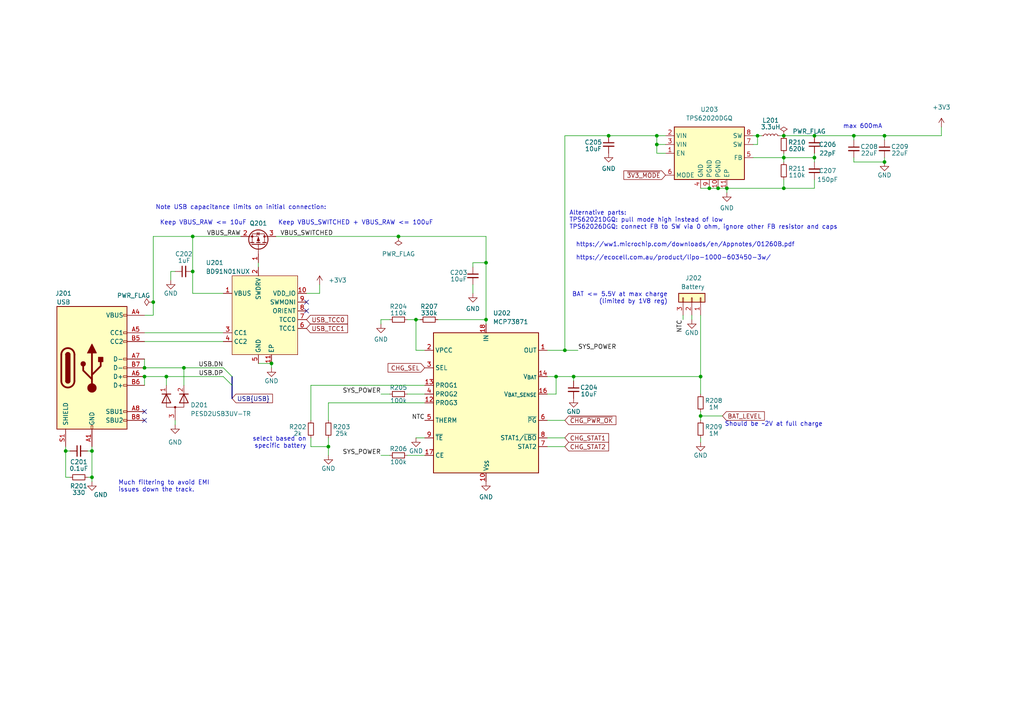
<source format=kicad_sch>
(kicad_sch (version 20230121) (generator eeschema)
  (paper "A4")
  (title_block (date "2022-09-04") (rev "1"))
  (lib_symbols
    (symbol "Battery_Management:MCP73871"
      (property "Reference" "U" (at -7.62 24.13 0))
      (property "Value" "MCP73871" (at -15.24 21.59 0))
      (symbol "MCP73871_0_1"
        (rectangle (start -15.24 20.32) (end 15.24 -20.32) (stroke (width 0.254)) (fill (type background)))
      )
      (symbol "MCP73871_1_1"
        (pin power_out line (at 17.78 15.24 180) (length 2.54) (name "OUT") (number "1"))
        (pin power_in line (at 0 -22.86 90) (length 2.54) (name "V_{SS}") (number "10"))
        (pin passive line (at 0 -22.86 90) (length 2.54) hide (name "V_{SS}") (number "11"))
        (pin bidirectional line (at -17.78 0 0) (length 2.54) (name "PROG3") (number "12"))
        (pin bidirectional line (at -17.78 5.08 0) (length 2.54) (name "PROG1") (number "13"))
        (pin power_out line (at 17.78 7.62 180) (length 2.54) (name "V_{BAT}") (number "14"))
        (pin passive line (at 17.78 7.62 180) (length 2.54) hide (name "V_{BAT}") (number "15"))
        (pin input line (at 17.78 2.54 180) (length 2.54) (name "V_{BAT_SENSE}") (number "16"))
        (pin input line (at -17.78 -15.24 0) (length 2.54) (name "CE") (number "17"))
        (pin power_in line (at 0 22.86 270) (length 2.54) (name "IN") (number "18"))
        (pin passive line (at 0 22.86 270) (length 2.54) hide (name "IN") (number "19"))
        (pin input line (at -17.78 15.24 0) (length 2.54) (name "VPCC") (number "2"))
        (pin passive line (at 17.78 15.24 180) (length 2.54) hide (name "OUT") (number "20"))
        (pin passive line (at 0 -22.86 90) (length 2.54) hide (name "V_{SS}") (number "21"))
        (pin input line (at -17.78 10.16 0) (length 2.54) (name "SEL") (number "3"))
        (pin input line (at -17.78 2.54 0) (length 2.54) (name "PROG2") (number "4"))
        (pin bidirectional line (at -17.78 -5.08 0) (length 2.54) (name "THERM") (number "5"))
        (pin open_collector line (at 17.78 -5.08 180) (length 2.54) (name "~{PG}") (number "6"))
        (pin open_collector line (at 17.78 -12.7 180) (length 2.54) (name "STAT2") (number "7"))
        (pin open_collector line (at 17.78 -10.16 180) (length 2.54) (name "STAT1/~{LBO}") (number "8"))
        (pin input line (at -17.78 -10.16 0) (length 2.54) (name "~{TE}") (number "9"))
      )
    )
    (symbol "Connector:USB_C_Receptacle_USB2.0" (pin_names (offset 1.016))
      (property "Reference" "J" (at -10.16 19.05 0))
      (property "Value" "USB_C_Receptacle_USB2.0" (at 19.05 19.05 0))
      (symbol "USB_C_Receptacle_USB2.0_0_0"
        (rectangle (start -0.254 -17.78) (end 0.254 -16.764))
        (rectangle (start 10.16 -14.986) (end 9.144 -15.494))
        (rectangle (start 10.16 -12.446) (end 9.144 -12.954))
        (rectangle (start 10.16 -4.826) (end 9.144 -5.334))
        (rectangle (start 10.16 -2.286) (end 9.144 -2.794))
        (rectangle (start 10.16 0.254) (end 9.144 -0.254))
        (rectangle (start 10.16 2.794) (end 9.144 2.286))
        (rectangle (start 10.16 7.874) (end 9.144 7.366))
        (rectangle (start 10.16 10.414) (end 9.144 9.906))
        (rectangle (start 10.16 15.494) (end 9.144 14.986))
      )
      (symbol "USB_C_Receptacle_USB2.0_0_1"
        (rectangle (start -10.16 17.78) (end 10.16 -17.78) (stroke (width 0.254)) (fill (type background)))
        (arc (start -8.89 -3.81) (mid -6.985 -5.7067) (end -5.08 -3.81) (stroke (width 0.508)))
        (arc (start -7.62 -3.81) (mid -6.985 -4.4423) (end -6.35 -3.81) (stroke (width 0.254)))
        (arc (start -7.62 -3.81) (mid -6.985 -4.4423) (end -6.35 -3.81) (stroke (width 0.254)) (fill (type outline)))
        (rectangle (start -7.62 -3.81) (end -6.35 3.81) (stroke (width 0.254)) (fill (type outline)))
        (arc (start -6.35 3.81) (mid -6.985 4.4423) (end -7.62 3.81) (stroke (width 0.254)))
        (arc (start -6.35 3.81) (mid -6.985 4.4423) (end -7.62 3.81) (stroke (width 0.254)) (fill (type outline)))
        (arc (start -5.08 3.81) (mid -6.985 5.7067) (end -8.89 3.81) (stroke (width 0.508)))
        (circle (center -2.54 1.143) (radius 0.635) (stroke (width 0.254)) (fill (type outline)))
        (circle (center 0 -5.842) (radius 1.27) (fill (type outline)))
        (polyline (pts (xy -8.89 -3.81) (xy -8.89 3.81)) (stroke (width 0.508)))
        (polyline (pts (xy -5.08 3.81) (xy -5.08 -3.81)) (stroke (width 0.508)))
        (polyline (pts (xy 0 -5.842) (xy 0 4.318)) (stroke (width 0.508)))
        (polyline (pts (xy 0 -3.302) (xy -2.54 -0.762) (xy -2.54 0.508)) (stroke (width 0.508)))
        (polyline (pts (xy 0 -2.032) (xy 2.54 0.508) (xy 2.54 1.778)) (stroke (width 0.508)))
        (polyline (pts (xy -1.27 4.318) (xy 0 6.858) (xy 1.27 4.318) (xy -1.27 4.318)) (stroke (width 0.254)) (fill (type outline)))
        (rectangle (start 1.905 1.778) (end 3.175 3.048) (stroke (width 0.254)) (fill (type outline)))
      )
      (symbol "USB_C_Receptacle_USB2.0_1_1"
        (pin passive line (at 0 -22.86 90) (length 5.08) (name "GND") (number "A1"))
        (pin passive line (at 0 -22.86 90) (length 5.08) hide (name "GND") (number "A12"))
        (pin passive line (at 15.24 15.24 180) (length 5.08) (name "VBUS") (number "A4"))
        (pin bidirectional line (at 15.24 10.16 180) (length 5.08) (name "CC1") (number "A5"))
        (pin bidirectional line (at 15.24 -2.54 180) (length 5.08) (name "D+") (number "A6"))
        (pin bidirectional line (at 15.24 2.54 180) (length 5.08) (name "D-") (number "A7"))
        (pin bidirectional line (at 15.24 -12.7 180) (length 5.08) (name "SBU1") (number "A8"))
        (pin passive line (at 15.24 15.24 180) (length 5.08) hide (name "VBUS") (number "A9"))
        (pin passive line (at 0 -22.86 90) (length 5.08) hide (name "GND") (number "B1"))
        (pin passive line (at 0 -22.86 90) (length 5.08) hide (name "GND") (number "B12"))
        (pin passive line (at 15.24 15.24 180) (length 5.08) hide (name "VBUS") (number "B4"))
        (pin bidirectional line (at 15.24 7.62 180) (length 5.08) (name "CC2") (number "B5"))
        (pin bidirectional line (at 15.24 -5.08 180) (length 5.08) (name "D+") (number "B6"))
        (pin bidirectional line (at 15.24 0 180) (length 5.08) (name "D-") (number "B7"))
        (pin bidirectional line (at 15.24 -15.24 180) (length 5.08) (name "SBU2") (number "B8"))
        (pin passive line (at 15.24 15.24 180) (length 5.08) hide (name "VBUS") (number "B9"))
        (pin passive line (at -7.62 -22.86 90) (length 5.08) (name "SHIELD") (number "S1"))
      )
    )
    (symbol "Connector_Generic:Conn_01x03" (pin_names (offset 1.016) hide)
      (property "Reference" "J" (at 0 5.08 0))
      (property "Value" "Conn_01x03" (at 0 -5.08 0))
      (symbol "Conn_01x03_1_1"
        (rectangle (start -1.27 -2.413) (end 0 -2.667) (stroke (width 0.1524)))
        (rectangle (start -1.27 0.127) (end 0 -0.127) (stroke (width 0.1524)))
        (rectangle (start -1.27 2.667) (end 0 2.413) (stroke (width 0.1524)))
        (rectangle (start -1.27 3.81) (end 1.27 -3.81) (stroke (width 0.254)) (fill (type background)))
        (pin passive line (at -5.08 2.54 0) (length 3.81) (name "Pin_1") (number "1"))
        (pin passive line (at -5.08 0 0) (length 3.81) (name "Pin_2") (number "2"))
        (pin passive line (at -5.08 -2.54 0) (length 3.81) (name "Pin_3") (number "3"))
      )
    )
    (symbol "Device:C_Small" (pin_numbers hide) (pin_names (offset 0.254) hide)
      (property "Reference" "C" (at 0.254 1.778 0))
      (property "Value" "C_Small" (at 0.254 -2.032 0))
      (symbol "C_Small_0_1"
        (polyline (pts (xy -1.524 -0.508) (xy 1.524 -0.508)) (stroke (width 0.3302)))
        (polyline (pts (xy -1.524 0.508) (xy 1.524 0.508)) (stroke (width 0.3048)))
      )
      (symbol "C_Small_1_1"
        (pin passive line (at 0 2.54 270) (length 2.032) (name "~") (number "1"))
        (pin passive line (at 0 -2.54 90) (length 2.032) (name "~") (number "2"))
      )
    )
    (symbol "Device:D_Dual_CommonAnode_KKA_Parallel" (pin_names (offset 0.762) hide)
      (property "Reference" "D" (at 0 5.08 0))
      (property "Value" "D_Dual_CommonAnode_KKA_Parallel" (at 0 -5.08 0))
      (symbol "D_Dual_CommonAnode_KKA_Parallel_0_0"
        (polyline (pts (xy 2.54 -3.81) (xy 2.54 -1.27)) (stroke (width 0.254)))
        (polyline (pts (xy 2.54 1.27) (xy 2.54 3.81)) (stroke (width 0.254)))
      )
      (symbol "D_Dual_CommonAnode_KKA_Parallel_0_1"
        (circle (center -1.27 0) (radius 0.254) (fill (type outline)))
        (polyline (pts (xy -1.27 0) (xy -2.54 0)))
        (polyline (pts (xy 2.54 2.54) (xy -1.27 2.54) (xy -1.27 -2.54) (xy 2.54 -2.54)))
        (polyline (pts (xy 0 -1.27) (xy 2.54 -2.54) (xy 0 -3.81) (xy 0 -1.27) (xy 0 -1.27) (xy 0 -1.27)) (stroke (width 0.254)))
        (polyline (pts (xy 0 3.81) (xy 2.54 2.54) (xy 0 1.27) (xy 0 3.81) (xy 0 3.81) (xy 0 3.81)) (stroke (width 0.254)))
        (pin passive line (at 5.08 2.54 180) (length 2.54) (name "K") (number "1"))
        (pin passive line (at 5.08 -2.54 180) (length 2.54) (name "K") (number "2"))
        (pin passive line (at -5.08 0 0) (length 2.54) (name "A") (number "3"))
      )
    )
    (symbol "Device:L_Small" (pin_numbers hide) (pin_names (offset 0.254) hide)
      (property "Reference" "L" (at 0.762 1.016 0))
      (property "Value" "L_Small" (at 0.762 -1.016 0))
      (symbol "L_Small_0_1"
        (arc (start 0 -2.032) (mid 0.5058 -1.524) (end 0 -1.016))
        (arc (start 0 -1.016) (mid 0.5058 -0.508) (end 0 0))
        (arc (start 0 0) (mid 0.5058 0.508) (end 0 1.016))
        (arc (start 0 1.016) (mid 0.5058 1.524) (end 0 2.032))
      )
      (symbol "L_Small_1_1"
        (pin passive line (at 0 2.54 270) (length 0.508) (name "~") (number "1"))
        (pin passive line (at 0 -2.54 90) (length 0.508) (name "~") (number "2"))
      )
    )
    (symbol "Device:Q_PMOS_GSD" (pin_names (offset 0) hide)
      (property "Reference" "Q" (at 5.08 1.27 0))
      (property "Value" "Q_PMOS_GSD" (at 5.08 -1.27 0))
      (symbol "Q_PMOS_GSD_0_1"
        (polyline (pts (xy 0.254 0) (xy -2.54 0)))
        (polyline (pts (xy 0.254 1.905) (xy 0.254 -1.905)) (stroke (width 0.254)))
        (polyline (pts (xy 0.762 -1.27) (xy 0.762 -2.286)) (stroke (width 0.254)))
        (polyline (pts (xy 0.762 0.508) (xy 0.762 -0.508)) (stroke (width 0.254)))
        (polyline (pts (xy 0.762 2.286) (xy 0.762 1.27)) (stroke (width 0.254)))
        (polyline (pts (xy 2.54 2.54) (xy 2.54 1.778)))
        (polyline (pts (xy 2.54 -2.54) (xy 2.54 0) (xy 0.762 0)))
        (polyline (pts (xy 0.762 1.778) (xy 3.302 1.778) (xy 3.302 -1.778) (xy 0.762 -1.778)))
        (polyline (pts (xy 2.286 0) (xy 1.27 0.381) (xy 1.27 -0.381) (xy 2.286 0)) (fill (type outline)))
        (polyline (pts (xy 2.794 -0.508) (xy 2.921 -0.381) (xy 3.683 -0.381) (xy 3.81 -0.254)))
        (polyline (pts (xy 3.302 -0.381) (xy 2.921 0.254) (xy 3.683 0.254) (xy 3.302 -0.381)))
        (circle (center 1.651 0) (radius 2.794) (stroke (width 0.254)))
        (circle (center 2.54 -1.778) (radius 0.254) (fill (type outline)))
        (circle (center 2.54 1.778) (radius 0.254) (fill (type outline)))
      )
      (symbol "Q_PMOS_GSD_1_1"
        (pin input line (at -5.08 0 0) (length 2.54) (name "G") (number "1"))
        (pin passive line (at 2.54 -5.08 90) (length 2.54) (name "S") (number "2"))
        (pin passive line (at 2.54 5.08 270) (length 2.54) (name "D") (number "3"))
      )
    )
    (symbol "Device:R_Small" (pin_numbers hide) (pin_names (offset 0.254) hide)
      (property "Reference" "R" (at 0.762 0.508 0))
      (property "Value" "R_Small" (at 0.762 -1.016 0))
      (symbol "R_Small_0_1"
        (rectangle (start -0.762 1.778) (end 0.762 -1.778) (stroke (width 0.2032)))
      )
      (symbol "R_Small_1_1"
        (pin passive line (at 0 2.54 270) (length 0.762) (name "~") (number "1"))
        (pin passive line (at 0 -2.54 90) (length 0.762) (name "~") (number "2"))
      )
    )
    (symbol "power:+3V3" (power) (pin_names (offset 0))
      (property "Value" "+3V3" (at 0 3.556 0))
      (symbol "+3V3_0_1"
        (polyline (pts (xy -0.762 1.27) (xy 0 2.54)))
        (polyline (pts (xy 0 0) (xy 0 2.54)))
        (polyline (pts (xy 0 2.54) (xy 0.762 1.27)))
      )
      (symbol "+3V3_1_1"
        (pin power_in line (at 0 0 90) (length 0) hide (name "+3V3") (number "1"))
      )
    )
    (symbol "power:GND" (power) (pin_names (offset 0))
      (property "Value" "GND" (at 0 -3.81 0))
      (symbol "GND_0_1"
        (polyline (pts (xy 0 0) (xy 0 -1.27) (xy 1.27 -1.27) (xy 0 -2.54) (xy -1.27 -1.27) (xy 0 -1.27)))
      )
      (symbol "GND_1_1"
        (pin power_in line (at 0 0 270) (length 0) hide (name "GND") (number "1"))
      )
    )
    (symbol "power:PWR_FLAG" (power) (pin_numbers hide) (pin_names (offset 0) hide)
      (property "Value" "PWR_FLAG" (at 0 3.81 0))
      (symbol "PWR_FLAG_0_0"
        (pin power_out line (at 0 0 90) (length 0) (name "pwr") (number "1"))
      )
      (symbol "PWR_FLAG_0_1"
        (polyline (pts (xy 0 0) (xy 0 1.27) (xy -1.016 1.905) (xy 0 2.54) (xy 1.016 1.905) (xy 0 1.27)))
      )
    )
    (symbol "symbols:BD91N01NUX"
      (property "Reference" "U" (at 0 13.97 0))
      (property "Value" "BD91N01NUX" (at 5.08 16.51 0))
      (symbol "BD91N01NUX_0_1"
        (rectangle (start -12.7 12.7) (end 6.35 -10.16) (fill (type background)))
      )
      (symbol "BD91N01NUX_1_1"
        (pin power_in line (at -15.24 7.62 0) (length 2.54) (name "VBUS") (number "1"))
        (pin power_in line (at 8.89 7.62 180) (length 2.54) (name "VDD_IO") (number "10"))
        (pin power_in line (at -1.27 -12.7 90) (length 2.54) (name "EP") (number "11"))
        (pin output line (at -5.08 15.24 270) (length 2.54) (name "SWDRV") (number "2"))
        (pin input line (at -15.24 -3.81 0) (length 2.54) (name "CC1") (number "3"))
        (pin input line (at -15.24 -6.35 0) (length 2.54) (name "CC2") (number "4"))
        (pin power_in line (at -5.08 -12.7 90) (length 2.54) (name "GND") (number "5"))
        (pin output line (at 8.89 -2.54 180) (length 2.54) (name "TCC1") (number "6"))
        (pin output line (at 8.89 0 180) (length 2.54) (name "TCC0") (number "7"))
        (pin output line (at 8.89 2.54 180) (length 2.54) (name "ORIENT") (number "8"))
        (pin output line (at 8.89 5.08 180) (length 2.54) (name "SWMONI") (number "9"))
      )
    )
    (symbol "symbols:TPS62026"
      (property "Reference" "U" (at 0 3.81 0))
      (property "Value" "TPS62026" (at 0 6.35 0))
      (symbol "TPS62026_0_0"
        (pin power_in line (at 2.54 -10.16 90) (length 2.54) (name "PGND") (number "10"))
        (pin power_in line (at 5.08 -10.16 90) (length 2.54) (name "EP") (number "11"))
      )
      (symbol "TPS62026_1_1"
        (rectangle (start -10.16 7.62) (end 10.16 -7.62) (stroke (width 0.254)) (fill (type background)))
        (pin input line (at -12.7 0 0) (length 2.54) (name "EN") (number "1"))
        (pin power_in line (at -12.7 5.08 0) (length 2.54) (name "VIN") (number "2"))
        (pin input line (at -12.7 2.54 0) (length 2.54) (name "VIN") (number "3"))
        (pin input line (at -2.54 -10.16 90) (length 2.54) (name "GND") (number "4"))
        (pin open_collector line (at 12.7 -1.27 180) (length 2.54) (name "FB") (number "5"))
        (pin open_collector line (at -12.7 -6.35 0) (length 2.54) (name "MODE") (number "6"))
        (pin power_out line (at 12.7 2.54 180) (length 2.54) (name "SW") (number "7"))
        (pin power_in line (at 12.7 5.08 180) (length 2.54) (name "SW") (number "8"))
        (pin power_in line (at 0 -10.16 90) (length 2.54) (name "PGND") (number "9"))
      )
    )
  )
  (junction (at 227.33 54.61))
  (junction (at 203.2 120.65))
  (junction (at 210.82 54.61))
  (junction (at 115.57 68.58))
  (junction (at 163.83 101.6))
  (junction (at 55.88 78.74))
  (junction (at 205.74 54.61))
  (junction (at 19.05 130.81))
  (junction (at 256.54 46.99))
  (junction (at 161.29 109.22))
  (junction (at 227.33 45.72))
  (junction (at 219.71 39.37))
  (junction (at 190.5 39.37))
  (junction (at 236.22 45.72))
  (junction (at 190.5 41.91))
  (junction (at 247.65 39.37))
  (junction (at 176.53 39.37))
  (junction (at 41.91 106.68))
  (junction (at 26.67 130.81))
  (junction (at 26.67 138.43))
  (junction (at 256.54 39.37))
  (junction (at 140.97 76.2))
  (junction (at 44.45 87.63))
  (junction (at 166.37 109.22))
  (junction (at 208.28 54.61))
  (junction (at 140.97 92.71))
  (junction (at 203.2 109.22))
  (junction (at 41.91 109.22))
  (junction (at 120.65 92.71))
  (junction (at 78.74 105.41))
  (junction (at 236.22 39.37))
  (junction (at 53.34 106.68))
  (junction (at 55.88 68.58))
  (junction (at 48.26 109.22))
  (junction (at 227.33 39.37))
  (junction (at 95.25 129.54))
  (no_connect (at 88.9 87.63))
  (no_connect (at 88.9 90.17))
  (no_connect (at 41.91 119.38))
  (no_connect (at 41.91 121.92))
  (bus_entry (at 64.77 106.68) (size 2.54 2.54))
  (bus_entry (at 64.77 109.22) (size 2.54 2.54))
  (wire (pts (xy 19.05 130.81) (xy 19.05 138.43)))
  (wire (pts (xy 55.88 85.09) (xy 55.88 78.74)))
  (wire (pts (xy 247.65 40.64) (xy 247.65 39.37)))
  (wire (pts (xy 236.22 52.07) (xy 236.22 54.61)))
  (wire (pts (xy 110.49 132.08) (xy 113.03 132.08)))
  (wire (pts (xy 115.57 68.58) (xy 140.97 68.58)))
  (wire (pts (xy 44.45 68.58) (xy 44.45 87.63)))
  (wire (pts (xy 113.03 92.71) (xy 110.49 92.71)))
  (wire (pts (xy 247.65 39.37) (xy 256.54 39.37)))
  (wire (pts (xy 140.97 76.2) (xy 140.97 92.71)))
  (wire (pts (xy 50.8 123.19) (xy 50.8 121.92)))
  (wire (pts (xy 256.54 45.72) (xy 256.54 46.99)))
  (wire (pts (xy 158.75 127) (xy 163.83 127)))
  (wire (pts (xy 176.53 39.37) (xy 190.5 39.37)))
  (wire (pts (xy 127 92.71) (xy 140.97 92.71)))
  (wire (pts (xy 208.28 54.61) (xy 210.82 54.61)))
  (wire (pts (xy 203.2 109.22) (xy 203.2 114.3)))
  (wire (pts (xy 120.65 101.6) (xy 120.65 92.71)))
  (wire (pts (xy 227.33 54.61) (xy 210.82 54.61)))
  (wire (pts (xy 163.83 101.6) (xy 167.64 101.6)))
  (wire (pts (xy 26.67 129.54) (xy 26.67 130.81)))
  (wire (pts (xy 95.25 129.54) (xy 95.25 132.08)))
  (wire (pts (xy 123.19 101.6) (xy 120.65 101.6)))
  (wire (pts (xy 193.04 44.45) (xy 190.5 44.45)))
  (wire (pts (xy 41.91 99.06) (xy 64.77 99.06)))
  (bus (pts (xy 67.31 111.76) (xy 67.31 115.57)))
  (wire (pts (xy 95.25 127) (xy 95.25 129.54)))
  (wire (pts (xy 190.5 39.37) (xy 193.04 39.37)))
  (wire (pts (xy 198.12 92.71) (xy 198.12 91.44)))
  (wire (pts (xy 158.75 129.54) (xy 163.83 129.54)))
  (wire (pts (xy 200.66 91.44) (xy 200.66 92.71)))
  (wire (pts (xy 227.33 39.37) (xy 236.22 39.37)))
  (wire (pts (xy 74.93 76.2) (xy 74.93 77.47)))
  (wire (pts (xy 26.67 130.81) (xy 26.67 138.43)))
  (wire (pts (xy 88.9 85.09) (xy 92.71 85.09)))
  (wire (pts (xy 123.19 132.08) (xy 118.11 132.08)))
  (wire (pts (xy 236.22 44.45) (xy 236.22 45.72)))
  (wire (pts (xy 53.34 106.68) (xy 64.77 106.68)))
  (wire (pts (xy 120.65 127) (xy 123.19 127)))
  (wire (pts (xy 48.26 109.22) (xy 48.26 111.76)))
  (wire (pts (xy 49.53 78.74) (xy 49.53 81.28)))
  (wire (pts (xy 203.2 127) (xy 203.2 128.27)))
  (wire (pts (xy 256.54 39.37) (xy 256.54 40.64)))
  (wire (pts (xy 166.37 109.22) (xy 166.37 110.49)))
  (wire (pts (xy 74.93 105.41) (xy 78.74 105.41)))
  (wire (pts (xy 41.91 106.68) (xy 53.34 106.68)))
  (wire (pts (xy 236.22 45.72) (xy 227.33 45.72)))
  (wire (pts (xy 203.2 54.61) (xy 205.74 54.61)))
  (wire (pts (xy 41.91 109.22) (xy 48.26 109.22)))
  (wire (pts (xy 123.19 116.84) (xy 95.25 116.84)))
  (wire (pts (xy 210.82 54.61) (xy 210.82 55.88)))
  (wire (pts (xy 55.88 68.58) (xy 69.85 68.58)))
  (wire (pts (xy 44.45 68.58) (xy 55.88 68.58)))
  (wire (pts (xy 190.5 41.91) (xy 190.5 44.45)))
  (wire (pts (xy 110.49 92.71) (xy 110.49 93.98)))
  (wire (pts (xy 227.33 52.07) (xy 227.33 54.61)))
  (wire (pts (xy 256.54 39.37) (xy 273.05 39.37)))
  (wire (pts (xy 219.71 39.37) (xy 218.44 39.37)))
  (wire (pts (xy 137.16 77.47) (xy 137.16 76.2)))
  (wire (pts (xy 19.05 138.43) (xy 20.32 138.43)))
  (wire (pts (xy 219.71 41.91) (xy 219.71 39.37)))
  (wire (pts (xy 41.91 96.52) (xy 64.77 96.52)))
  (wire (pts (xy 161.29 114.3) (xy 161.29 109.22)))
  (wire (pts (xy 41.91 91.44) (xy 44.45 91.44)))
  (wire (pts (xy 48.26 109.22) (xy 64.77 109.22)))
  (wire (pts (xy 95.25 116.84) (xy 95.25 121.92)))
  (wire (pts (xy 247.65 46.99) (xy 247.65 45.72)))
  (wire (pts (xy 118.11 114.3) (xy 123.19 114.3)))
  (wire (pts (xy 44.45 87.63) (xy 44.45 91.44)))
  (wire (pts (xy 41.91 106.68) (xy 41.91 104.14)))
  (wire (pts (xy 247.65 46.99) (xy 256.54 46.99)))
  (wire (pts (xy 80.01 68.58) (xy 115.57 68.58)))
  (wire (pts (xy 220.98 39.37) (xy 219.71 39.37)))
  (wire (pts (xy 92.71 85.09) (xy 92.71 82.55)))
  (wire (pts (xy 140.97 92.71) (xy 140.97 93.98)))
  (wire (pts (xy 55.88 68.58) (xy 55.88 78.74)))
  (wire (pts (xy 205.74 54.61) (xy 208.28 54.61)))
  (wire (pts (xy 203.2 120.65) (xy 203.2 119.38)))
  (wire (pts (xy 273.05 36.83) (xy 273.05 39.37)))
  (wire (pts (xy 193.04 41.91) (xy 190.5 41.91)))
  (wire (pts (xy 158.75 114.3) (xy 161.29 114.3)))
  (wire (pts (xy 90.17 127) (xy 90.17 129.54)))
  (wire (pts (xy 163.83 39.37) (xy 163.83 101.6)))
  (wire (pts (xy 166.37 109.22) (xy 203.2 109.22)))
  (wire (pts (xy 19.05 129.54) (xy 19.05 130.81)))
  (wire (pts (xy 203.2 120.65) (xy 209.55 120.65)))
  (wire (pts (xy 123.19 111.76) (xy 90.17 111.76)))
  (wire (pts (xy 137.16 76.2) (xy 140.97 76.2)))
  (wire (pts (xy 120.65 92.71) (xy 121.92 92.71)))
  (wire (pts (xy 203.2 121.92) (xy 203.2 120.65)))
  (wire (pts (xy 137.16 82.55) (xy 137.16 85.09)))
  (wire (pts (xy 78.74 105.41) (xy 78.74 106.68)))
  (wire (pts (xy 158.75 121.92) (xy 163.83 121.92)))
  (wire (pts (xy 53.34 106.68) (xy 53.34 111.76)))
  (bus (pts (xy 67.31 109.22) (xy 67.31 111.76)))
  (wire (pts (xy 140.97 68.58) (xy 140.97 76.2)))
  (wire (pts (xy 26.67 138.43) (xy 26.67 139.7)))
  (wire (pts (xy 218.44 45.72) (xy 227.33 45.72)))
  (wire (pts (xy 236.22 39.37) (xy 247.65 39.37)))
  (wire (pts (xy 227.33 45.72) (xy 227.33 46.99)))
  (wire (pts (xy 203.2 91.44) (xy 203.2 109.22)))
  (wire (pts (xy 110.49 114.3) (xy 113.03 114.3)))
  (wire (pts (xy 236.22 45.72) (xy 236.22 46.99)))
  (wire (pts (xy 158.75 101.6) (xy 163.83 101.6)))
  (wire (pts (xy 161.29 109.22) (xy 166.37 109.22)))
  (wire (pts (xy 90.17 129.54) (xy 95.25 129.54)))
  (wire (pts (xy 227.33 39.37) (xy 226.06 39.37)))
  (wire (pts (xy 227.33 45.72) (xy 227.33 44.45)))
  (wire (pts (xy 190.5 41.91) (xy 190.5 39.37)))
  (wire (pts (xy 236.22 54.61) (xy 227.33 54.61)))
  (wire (pts (xy 50.8 78.74) (xy 49.53 78.74)))
  (wire (pts (xy 19.05 130.81) (xy 20.32 130.81)))
  (wire (pts (xy 218.44 41.91) (xy 219.71 41.91)))
  (wire (pts (xy 25.4 130.81) (xy 26.67 130.81)))
  (wire (pts (xy 90.17 111.76) (xy 90.17 121.92)))
  (wire (pts (xy 118.11 92.71) (xy 120.65 92.71)))
  (wire (pts (xy 25.4 138.43) (xy 26.67 138.43)))
  (wire (pts (xy 64.77 85.09) (xy 55.88 85.09)))
  (wire (pts (xy 158.75 109.22) (xy 161.29 109.22)))
  (wire (pts (xy 41.91 109.22) (xy 41.91 111.76)))
  (wire (pts (xy 163.83 39.37) (xy 176.53 39.37)))
  (text "https://ecocell.com.au/product/lipo-1000-603450-3w/" (at 167.005 75.565 0) (effects (font (size 1.27 1.27)) (justify left bottom)))
  (text "max 600mA" (at 244.475 37.465 0) (effects (font (size 1.27 1.27)) (justify left bottom)))
  (text "https://ww1.microchip.com/downloads/en/Appnotes/01260B.pdf" (at 167.005 71.755 0) (effects (font (size 1.27 1.27)) (justify left bottom)))
  (text "Should be ~2V at full charge" (at 210.185 123.825 0) (effects (font (size 1.27 1.27)) (justify left bottom)))
  (text "Much filtering to avoid EMI\nissues down the track." (at 34.29 142.875 0) (effects (font (size 1.27 1.27)) (justify left bottom)))
  (text "Keep VBUS_RAW <= 10uF" (at 46.355 65.405 0) (effects (font (size 1.27 1.27)) (justify left bottom)))
  (text "Keep VBUS_SWITCHED + VBUS_RAW <= 100uF" (at 80.645 65.405 0) (effects (font (size 1.27 1.27)) (justify left bottom)))
  (text "select based on\nspecific battery" (at 88.9 130.175 0) (effects (font (size 1.27 1.27)) (justify right bottom)))
  (text "Note USB capacitance limits on initial connection:" (at 45.085 60.96 0) (effects (font (size 1.27 1.27)) (justify left bottom)))
  (text "Alternative parts:\nTPS62021DGQ: pull mode high instead of low\nTPS62026DGQ: connect FB to SW via 0 ohm, ignore other FB resistor and caps" (at 165.1 66.675 0) (effects (font (size 1.27 1.27)) (justify left bottom)))
  (text "BAT <= 5.5V at max charge\n(limited by 1V8 reg)" (at 193.675 88.265 0) (effects (font (size 1.27 1.27)) (justify right bottom)))
  (label "SYS_POWER" (at 110.49 132.08 180))
  (label "VBUS_RAW" (at 69.85 68.58 180))
  (label "NTC" (at 123.19 121.92 180))
  (label "USB.DP" (at 64.77 109.22 180))
  (label "VBUS_SWITCHED" (at 81.28 68.58 0))
  (label "SYS_POWER" (at 110.49 114.3 180))
  (label "SYS_POWER" (at 167.64 101.6 0))
  (label "NTC" (at 198.12 92.71 270))
  (label "USB.DN" (at 64.77 106.68 180))
  (global_label "~{3V3_MODE}" (shape input) (at 193.04 50.8 180) (property "Intersheetrefs" "${INTERSHEET_REFS}" (effects hide)))
  (global_label "~{CHG_PWR_OK}" (shape input) (at 163.83 121.92 0) (property "Intersheetrefs" "${INTERSHEET_REFS}" (effects hide)))
  (global_label "CHG_STAT2" (shape input) (at 163.83 129.54 0) (property "Intersheetrefs" "${INTERSHEET_REFS}" (effects hide)))
  (global_label "USB_TCC0" (shape input) (at 88.9 92.71 0) (property "Intersheetrefs" "${INTERSHEET_REFS}" (effects hide)))
  (global_label "USB_TCC1" (shape input) (at 88.9 95.25 0) (property "Intersheetrefs" "${INTERSHEET_REFS}" (effects hide)))
  (global_label "CHG_SEL" (shape input) (at 123.19 106.68 180) (property "Intersheetrefs" "${INTERSHEET_REFS}" (effects hide)))
  (global_label "CHG_STAT1" (shape input) (at 163.83 127 0) (property "Intersheetrefs" "${INTERSHEET_REFS}" (effects hide)))
  (global_label "BAT_LEVEL" (shape input) (at 209.55 120.65 0) (property "Intersheetrefs" "${INTERSHEET_REFS}" (effects hide)))
  (global_label "USB{USB}" (shape input) (at 67.31 115.57 0) (property "Intersheetrefs" "${INTERSHEET_REFS}" (effects hide)))
  (symbol (lib_id "Device:R_Small") (at 203.2 124.46 0) (unit 1)
    (property "Reference" "R209" (at 207.01 123.825 0))
    (property "Value" "1M" (at 207.01 125.73 0))
    (property "Footprint" "Resistor_SMD:R_0603_1608Metric" (effects hide))
    (property "MPN" "AC0603FR-131ML" (effects hide))
  )
  (symbol (lib_id "symbols:BD91N01NUX") (at 80.01 92.71 0) (unit 1)
    (property "Reference" "U201" (at 59.69 76.2 0) (effects (justify left)))
    (property "Value" "BD91N01NUX" (at 59.69 78.74 0) (effects (justify left)))
    (property "Footprint" "footprints:BD91N01NUX-E2" (effects hide))
    (property "MPN" "BD91N01NUX" (effects hide))
  )
  (symbol (lib_id "power:GND") (at 49.53 81.28 0) (unit 1)
    (property "Reference" "#PWR0202" (effects hide))
    (property "Value" "GND" (at 49.53 85.09 0))
  )
  (symbol (lib_id "Device:C_Small") (at 247.65 43.18 0) (unit 1)
    (property "Reference" "C208" (at 252.095 42.545 0))
    (property "Value" "22uF" (at 252.095 44.45 0))
    (property "Footprint" "Capacitor_SMD:C_1206_3216Metric" (effects hide))
    (property "MPN" "CL31A226MOCLNNC" (effects hide))
  )
  (symbol (lib_id "power:+3V3") (at 273.05 36.83 0) (unit 1)
    (property "Reference" "#PWR0217" (effects hide))
    (property "Value" "+3V3" (at 273.05 31.115 0))
  )
  (symbol (lib_id "Device:C_Small") (at 176.53 41.91 0) (unit 1)
    (property "Reference" "C205" (at 172.085 41.275 0))
    (property "Value" "10uF" (at 172.085 43.18 0))
    (property "Footprint" "Capacitor_SMD:C_0805_2012Metric" (effects hide))
    (property "MPN" "EMK212ABJ106KG-T" (effects hide))
  )
  (symbol (lib_id "Device:R_Small") (at 115.57 132.08 90) (unit 1)
    (property "Reference" "R206" (at 115.57 130.175 90))
    (property "Value" "100k" (at 115.57 133.985 90))
    (property "Footprint" "Resistor_SMD:R_0603_1608Metric" (effects hide))
    (property "MPN" "RC0603JR-10100KL" (effects hide))
  )
  (symbol (lib_id "power:PWR_FLAG") (at 227.33 39.37 0) (unit 1)
    (property "Reference" "#FLG0203" (effects hide))
    (property "Value" "PWR_FLAG" (at 229.87 38.0999 0) (effects (justify left)))
  )
  (symbol (lib_id "power:GND") (at 210.82 55.88 0) (unit 1)
    (property "Reference" "#PWR0215" (effects hide))
    (property "Value" "GND" (at 210.82 60.325 0))
  )
  (symbol (lib_id "power:GND") (at 200.66 92.71 0) (unit 1)
    (property "Reference" "#PWR0213" (effects hide))
    (property "Value" "GND" (at 200.66 96.52 0))
  )
  (symbol (lib_id "Device:C_Small") (at 166.37 113.03 0) (mirror y) (unit 1)
    (property "Reference" "C204" (at 170.815 112.395 0))
    (property "Value" "10uF" (at 170.815 114.3 0))
    (property "Footprint" "Capacitor_SMD:C_0805_2012Metric" (effects hide))
    (property "MPN" "EMK212ABJ106KG-T" (effects hide))
  )
  (symbol (lib_id "Device:D_Dual_CommonAnode_KKA_Parallel") (at 50.8 116.84 90) (unit 1)
    (property "Reference" "D201" (at 55.245 117.475 90) (effects (justify right)))
    (property "Value" "PESD2USB3UV-TR" (at 55.245 120.015 90) (effects (justify right)))
    (property "Footprint" "Package_TO_SOT_SMD:SOT-23" (effects hide))
    (property "MPN" "PESD2USB3UV-TR" (effects hide))
  )
  (symbol (lib_id "Battery_Management:MCP73871") (at 140.97 116.84 0) (unit 1)
    (property "Reference" "U202" (at 142.9894 90.805 0) (effects (justify left)))
    (property "Value" "MCP73871" (at 142.9894 93.345 0) (effects (justify left)))
    (property "Footprint" "Package_DFN_QFN:QFN-20-1EP_4x4mm_P0.5mm_EP2.5x2.5mm" (effects hide))
    (property "Datasheet" "http://www.mouser.com/ds/2/268/22090a-52174.pdf" (effects hide))
    (property "MPN" "MCP73871" (effects hide))
  )
  (symbol (lib_id "power:PWR_FLAG") (at 115.57 68.58 180) (unit 1)
    (property "Reference" "#FLG0202" (effects hide))
    (property "Value" "PWR_FLAG" (at 115.57 73.66 0))
  )
  (symbol (lib_id "power:GND") (at 50.8 123.19 0) (unit 1)
    (property "Reference" "#PWR0203" (effects hide))
    (property "Value" "GND" (at 50.8 128.27 0))
  )
  (symbol (lib_id "power:GND") (at 26.67 139.7 0) (unit 1)
    (property "Reference" "#PWR0201" (effects hide))
    (property "Value" "GND" (at 29.21 143.51 0))
  )
  (symbol (lib_id "power:GND") (at 120.65 127 0) (unit 1)
    (property "Reference" "#PWR0208" (effects hide))
    (property "Value" "GND" (at 120.65 130.81 0))
  )
  (symbol (lib_id "Device:R_Small") (at 203.2 116.84 0) (unit 1)
    (property "Reference" "R208" (at 207.01 116.205 0))
    (property "Value" "1M" (at 207.01 118.11 0))
    (property "Footprint" "Resistor_SMD:R_0603_1608Metric" (effects hide))
    (property "MPN" "AC0603FR-131ML" (effects hide))
  )
  (symbol (lib_id "Device:C_Small") (at 236.22 41.91 180) (unit 1)
    (property "Reference" "C206" (at 240.03 41.91 0))
    (property "Value" "22pF" (at 240.03 44.45 0))
    (property "Footprint" "Capacitor_SMD:C_0603_1608Metric" (effects hide))
    (property "MPN" "C0603C220K4GACTU" (effects hide))
  )
  (symbol (lib_id "Device:R_Small") (at 90.17 124.46 0) (mirror y) (unit 1)
    (property "Reference" "R202" (at 86.36 123.825 0))
    (property "Value" "2k" (at 86.36 125.73 0))
    (property "Footprint" "Resistor_THT:R_Axial_DIN0204_L3.6mm_D1.6mm_P2.54mm_Vertical" (effects hide))
  )
  (symbol (lib_id "symbols:TPS62026") (at 205.74 44.45 0) (unit 1)
    (property "Reference" "U203" (at 205.74 31.75 0))
    (property "Value" "TPS62020DGQ" (at 205.74 34.29 0))
    (property "Footprint" "Package_SO:MSOP-10-1EP_3x3mm_P0.5mm_EP1.68x1.88mm_ThermalVias" (effects hide))
    (property "MPN" "TPS62020DGQ" (effects hide))
  )
  (symbol (lib_id "Device:C_Small") (at 137.16 80.01 0) (unit 1)
    (property "Reference" "C203" (at 133.0325 79.0575 0))
    (property "Value" "10uF" (at 133.0325 80.9625 0))
    (property "Footprint" "Capacitor_SMD:C_0805_2012Metric" (effects hide))
    (property "MPN" "EMK212ABJ106KG-T" (effects hide))
  )
  (symbol (lib_id "Device:R_Small") (at 115.57 114.3 90) (unit 1)
    (property "Reference" "R205" (at 115.57 112.395 90))
    (property "Value" "100k" (at 115.57 116.205 90))
    (property "Footprint" "Resistor_SMD:R_0603_1608Metric" (effects hide))
    (property "MPN" "RC0603JR-10100KL" (effects hide))
  )
  (symbol (lib_id "power:+3V3") (at 92.71 82.55 0) (unit 1)
    (property "Reference" "#PWR0205" (effects hide))
    (property "Value" "+3V3" (at 95.25 81.2799 0) (effects (justify left)))
  )
  (symbol (lib_id "Device:R_Small") (at 115.57 92.71 90) (unit 1)
    (property "Reference" "R204" (at 115.57 88.9 90))
    (property "Value" "110k" (at 115.57 90.805 90))
    (property "Footprint" "Resistor_SMD:R_0603_1608Metric" (effects hide))
    (property "MPN" "AC0603FR-07110KL" (effects hide))
  )
  (symbol (lib_id "Device:C_Small") (at 256.54 43.18 0) (unit 1)
    (property "Reference" "C209" (at 260.985 42.545 0))
    (property "Value" "22uF" (at 260.985 44.45 0))
    (property "Footprint" "Capacitor_SMD:C_1206_3216Metric" (effects hide))
    (property "MPN" "CL31A226MOCLNNC" (effects hide))
  )
  (symbol (lib_id "power:GND") (at 78.74 106.68 0) (unit 1)
    (property "Reference" "#PWR0204" (effects hide))
    (property "Value" "GND" (at 78.74 110.49 0))
  )
  (symbol (lib_id "Device:L_Small") (at 223.52 39.37 90) (unit 1)
    (property "Reference" "L201" (at 223.52 34.925 90))
    (property "Value" "3.3uH" (at 223.52 36.83 90))
    (property "Footprint" "Inductor_SMD:L_Wuerth_MAPI-3012" (effects hide))
    (property "MPN" "NRH3012T3R3MN" (effects hide))
  )
  (symbol (lib_id "Device:Q_PMOS_GSD") (at 74.93 71.12 270) (mirror x) (unit 1)
    (property "Reference" "Q201" (at 74.93 64.77 90))
    (property "Value" "PMV48XPA2R" (effects hide))
    (property "Footprint" "Package_TO_SOT_SMD:TSOT-23" (effects hide))
    (property "MPN" "PMV48XPA2R" (effects hide))
  )
  (symbol (lib_id "power:GND") (at 95.25 132.08 0) (unit 1)
    (property "Reference" "#PWR0206" (effects hide))
    (property "Value" "GND" (at 95.25 135.89 0))
  )
  (symbol (lib_id "power:GND") (at 166.37 115.57 0) (mirror y) (unit 1)
    (property "Reference" "#PWR0211" (effects hide))
    (property "Value" "GND" (at 166.37 119.38 0))
  )
  (symbol (lib_id "power:PWR_FLAG") (at 44.45 87.63 90) (unit 1)
    (property "Reference" "#FLG0201" (effects hide))
    (property "Value" "PWR_FLAG" (at 38.735 85.725 90))
  )
  (symbol (lib_id "Device:C_Small") (at 22.86 130.81 90) (unit 1)
    (property "Reference" "C201" (at 22.86 133.985 90))
    (property "Value" "0.1uF" (at 22.86 135.89 90))
    (property "Footprint" "Capacitor_SMD:C_0805_2012Metric" (effects hide))
    (property "MPN" "0805YD104KAT2A" (effects hide))
  )
  (symbol (lib_id "Device:C_Small") (at 53.34 78.74 90) (unit 1)
    (property "Reference" "C202" (at 55.88 73.66 90) (effects (justify left)))
    (property "Value" "1uF" (at 55.245 75.565 90) (effects (justify left)))
    (property "Footprint" "Capacitor_SMD:C_0805_2012Metric" (effects hide))
    (property "MPN" "EMK212BJ105KG-T" (effects hide))
  )
  (symbol (lib_id "Device:R_Small") (at 124.46 92.71 90) (unit 1)
    (property "Reference" "R207" (at 124.46 88.9 90))
    (property "Value" "330k" (at 124.46 90.805 90))
    (property "Footprint" "Resistor_SMD:R_0603_1608Metric" (effects hide))
    (property "MPN" "RT0603FRE07330KL" (effects hide))
  )
  (symbol (lib_id "power:GND") (at 110.49 93.98 0) (unit 1)
    (property "Reference" "#PWR0207" (effects hide))
    (property "Value" "GND" (at 110.49 98.425 0))
  )
  (symbol (lib_id "power:GND") (at 256.54 46.99 0) (unit 1)
    (property "Reference" "#PWR0216" (effects hide))
    (property "Value" "GND" (at 256.54 50.8 0))
  )
  (symbol (lib_id "Device:R_Small") (at 22.86 138.43 90) (unit 1)
    (property "Reference" "R201" (at 22.86 140.97 90))
    (property "Value" "330" (at 22.86 142.875 90))
    (property "Footprint" "Resistor_SMD:R_0805_2012Metric" (effects hide))
    (property "MPN" "RC0805FR-10330RL" (effects hide))
  )
  (symbol (lib_id "Device:R_Small") (at 227.33 49.53 0) (unit 1)
    (property "Reference" "R211" (at 231.14 48.895 0))
    (property "Value" "110k" (at 231.14 50.8 0))
    (property "Footprint" "Resistor_SMD:R_0603_1608Metric" (effects hide))
    (property "MPN" "AC0603FR-07110KL" (effects hide))
  )
  (symbol (lib_id "Device:C_Small") (at 236.22 49.53 180) (unit 1)
    (property "Reference" "C207" (at 240.03 49.53 0))
    (property "Value" "150pF" (at 240.03 52.07 0))
    (property "Footprint" "Capacitor_SMD:C_0603_1608Metric" (effects hide))
    (property "MPN" "CC0603JRX7R9BB151" (effects hide))
  )
  (symbol (lib_id "power:GND") (at 203.2 128.27 0) (unit 1)
    (property "Reference" "#PWR0214" (effects hide))
    (property "Value" "GND" (at 203.2 132.08 0))
  )
  (symbol (lib_id "Device:R_Small") (at 227.33 41.91 0) (unit 1)
    (property "Reference" "R210" (at 231.14 41.275 0))
    (property "Value" "620k" (at 231.14 43.18 0))
    (property "Footprint" "Resistor_SMD:R_0603_1608Metric" (effects hide))
    (property "MPN" "AC0603FR-07620KL" (effects hide))
  )
  (symbol (lib_id "Connector:USB_C_Receptacle_USB2.0") (at 26.67 106.68 0) (unit 1)
    (property "Reference" "J201" (at 18.415 85.09 0))
    (property "Value" "USB" (at 18.415 87.63 0))
    (property "Footprint" "Connector_USB:USB_C_Receptacle_GCT_USB4085" (effects hide))
    (property "Datasheet" "https://www.usb.org/sites/default/files/documents/usb_type-c.zip" (effects hide))
    (property "MPN" " USB4085-GF-A " (effects hide))
  )
  (symbol (lib_id "power:GND") (at 140.97 139.7 0) (unit 1)
    (property "Reference" "#PWR0210" (effects hide))
    (property "Value" "GND" (at 140.97 144.145 0))
  )
  (symbol (lib_id "power:GND") (at 137.16 85.09 0) (unit 1)
    (property "Reference" "#PWR0209" (effects hide))
    (property "Value" "GND" (at 137.16 89.535 0))
  )
  (symbol (lib_id "Connector_Generic:Conn_01x03") (at 200.66 86.36 270) (mirror x) (unit 1)
    (property "Reference" "J202" (at 198.755 80.645 90) (effects (justify left)))
    (property "Value" "Battery" (at 197.485 83.185 90) (effects (justify left)))
    (property "Footprint" "Connector_JST:JST_PH_S3B-PH-K_1x03_P2.00mm_Horizontal" (effects hide))
  )
  (symbol (lib_id "Device:R_Small") (at 95.25 124.46 0) (unit 1)
    (property "Reference" "R203" (at 99.06 123.825 0))
    (property "Value" "25k" (at 99.06 125.73 0))
    (property "Footprint" "Resistor_THT:R_Axial_DIN0204_L3.6mm_D1.6mm_P2.54mm_Vertical" (effects hide))
  )
  (symbol (lib_id "power:GND") (at 176.53 44.45 0) (unit 1)
    (property "Reference" "#PWR0212" (effects hide))
    (property "Value" "GND" (at 176.53 48.895 0))
  )
)
</source>
